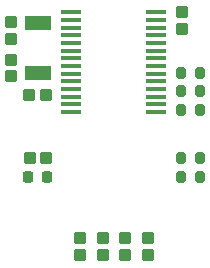
<source format=gbp>
G04 #@! TF.GenerationSoftware,KiCad,Pcbnew,7.0.7*
G04 #@! TF.CreationDate,2023-10-04T16:42:27-06:00*
G04 #@! TF.ProjectId,Modular_Interfaces,4d6f6475-6c61-4725-9f49-6e7465726661,rev?*
G04 #@! TF.SameCoordinates,Original*
G04 #@! TF.FileFunction,Paste,Bot*
G04 #@! TF.FilePolarity,Positive*
%FSLAX46Y46*%
G04 Gerber Fmt 4.6, Leading zero omitted, Abs format (unit mm)*
G04 Created by KiCad (PCBNEW 7.0.7) date 2023-10-04 16:42:27*
%MOMM*%
%LPD*%
G01*
G04 APERTURE LIST*
G04 Aperture macros list*
%AMRoundRect*
0 Rectangle with rounded corners*
0 $1 Rounding radius*
0 $2 $3 $4 $5 $6 $7 $8 $9 X,Y pos of 4 corners*
0 Add a 4 corners polygon primitive as box body*
4,1,4,$2,$3,$4,$5,$6,$7,$8,$9,$2,$3,0*
0 Add four circle primitives for the rounded corners*
1,1,$1+$1,$2,$3*
1,1,$1+$1,$4,$5*
1,1,$1+$1,$6,$7*
1,1,$1+$1,$8,$9*
0 Add four rect primitives between the rounded corners*
20,1,$1+$1,$2,$3,$4,$5,0*
20,1,$1+$1,$4,$5,$6,$7,0*
20,1,$1+$1,$6,$7,$8,$9,0*
20,1,$1+$1,$8,$9,$2,$3,0*%
G04 Aperture macros list end*
%ADD10RoundRect,0.218750X-0.218750X-0.256250X0.218750X-0.256250X0.218750X0.256250X-0.218750X0.256250X0*%
%ADD11R,2.200000X1.300000*%
%ADD12RoundRect,0.250000X-0.275000X0.287500X-0.275000X-0.287500X0.275000X-0.287500X0.275000X0.287500X0*%
%ADD13RoundRect,0.200000X-0.200000X-0.275000X0.200000X-0.275000X0.200000X0.275000X-0.200000X0.275000X0*%
%ADD14RoundRect,0.250000X-0.287500X-0.275000X0.287500X-0.275000X0.287500X0.275000X-0.287500X0.275000X0*%
%ADD15RoundRect,0.250000X0.287500X0.275000X-0.287500X0.275000X-0.287500X-0.275000X0.287500X-0.275000X0*%
%ADD16RoundRect,0.200000X0.200000X0.275000X-0.200000X0.275000X-0.200000X-0.275000X0.200000X-0.275000X0*%
%ADD17RoundRect,0.250000X0.275000X-0.287500X0.275000X0.287500X-0.275000X0.287500X-0.275000X-0.287500X0*%
%ADD18R,1.750000X0.450000*%
G04 APERTURE END LIST*
D10*
X116253500Y-59436700D03*
X117828500Y-59436700D03*
D11*
X117030500Y-50577700D03*
X117030500Y-46377700D03*
D12*
X126338500Y-64600200D03*
X126338500Y-66025200D03*
D13*
X129143500Y-57782700D03*
X130793500Y-57782700D03*
D12*
X124438500Y-64600200D03*
X124438500Y-66025200D03*
D14*
X116340500Y-52462700D03*
X117765500Y-52462700D03*
D15*
X117776000Y-57782700D03*
X116351000Y-57782700D03*
D16*
X130790500Y-52077700D03*
X129140500Y-52077700D03*
X130783500Y-59432700D03*
X129133500Y-59432700D03*
X130790500Y-50552700D03*
X129140500Y-50552700D03*
D12*
X114798500Y-49462700D03*
X114798500Y-50887700D03*
D17*
X114798500Y-47692700D03*
X114798500Y-46267700D03*
D13*
X129140500Y-53727700D03*
X130790500Y-53727700D03*
D12*
X120638500Y-64600200D03*
X120638500Y-66025200D03*
X129290500Y-45465200D03*
X129290500Y-46890200D03*
X122538500Y-64600200D03*
X122538500Y-66025200D03*
D18*
X127090500Y-45452700D03*
X127090500Y-46102700D03*
X127090500Y-46752700D03*
X127090500Y-47402700D03*
X127090500Y-48052700D03*
X127090500Y-48702700D03*
X127090500Y-49352700D03*
X127090500Y-50002700D03*
X127090500Y-50652700D03*
X127090500Y-51302700D03*
X127090500Y-51952700D03*
X127090500Y-52602700D03*
X127090500Y-53252700D03*
X127090500Y-53902700D03*
X119890500Y-53902700D03*
X119890500Y-53252700D03*
X119890500Y-52602700D03*
X119890500Y-51952700D03*
X119890500Y-51302700D03*
X119890500Y-50652700D03*
X119890500Y-50002700D03*
X119890500Y-49352700D03*
X119890500Y-48702700D03*
X119890500Y-48052700D03*
X119890500Y-47402700D03*
X119890500Y-46752700D03*
X119890500Y-46102700D03*
X119890500Y-45452700D03*
M02*

</source>
